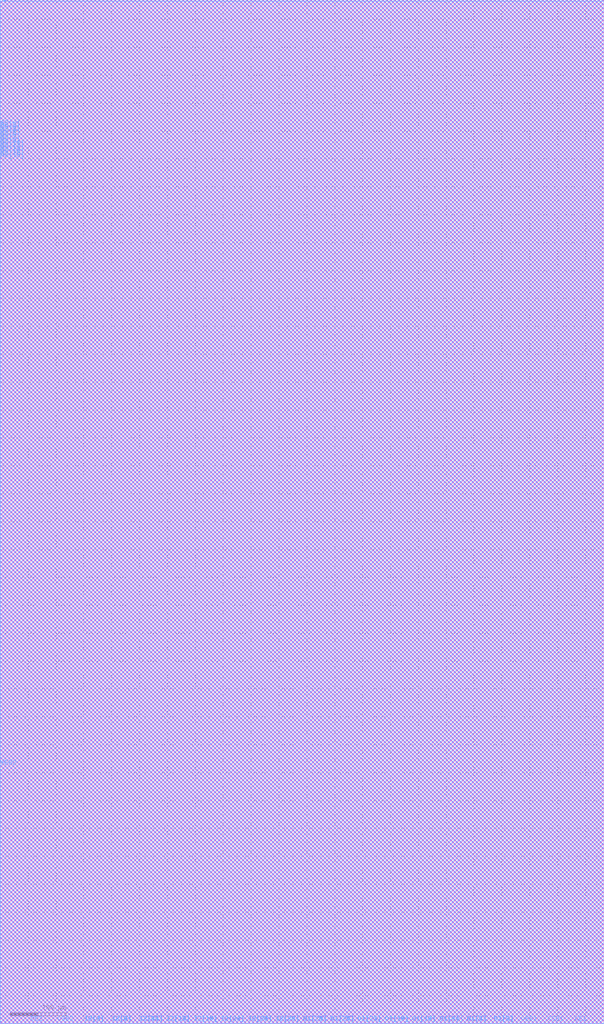
<source format=lef>
VERSION 5.5 ;
NAMESCASESENSITIVE ON ;
BUSBITCHARS "[]" ;
DIVIDERCHAR "/" ;

MACRO SRAM1R1W131072x32
  CLASS BLOCK ;
  SOURCE USER ;
  ORIGIN 0 0 ;
  SIZE 1083.456 BY 1834.944 ;
  SYMMETRY X Y R90 ;

  PIN CE1
    DIRECTION INPUT ;
    USE SIGNAL ;
    PORT
      LAYER M2 ;
        RECT 1029.648 0.000 1029.800 0.152 ;
    END
    PORT
      LAYER M3 ;
        RECT 1029.648 0.000 1029.800 0.152 ;
    END
    PORT
      LAYER M4 ;
        RECT 1029.648 0.000 1029.800 0.152 ;
    END
    PORT
      LAYER M5 ;
        RECT 1029.648 0.000 1029.800 0.152 ;
    END
  END CE1

  PIN CSB1
    DIRECTION INPUT ;
    USE SIGNAL ;
    PORT
      LAYER M2 ;
        RECT 981.616 0.000 981.768 0.152 ;
    END
    PORT
      LAYER M3 ;
        RECT 981.616 0.000 981.768 0.152 ;
    END
    PORT
      LAYER M4 ;
        RECT 981.616 0.000 981.768 0.152 ;
    END
    PORT
      LAYER M5 ;
        RECT 981.616 0.000 981.768 0.152 ;
    END
  END CSB1

  PIN OEB1
    DIRECTION INPUT ;
    USE SIGNAL ;
    PORT
      LAYER M2 ;
        RECT 933.584 0.000 933.736 0.152 ;
    END
    PORT
      LAYER M3 ;
        RECT 933.584 0.000 933.736 0.152 ;
    END
    PORT
      LAYER M4 ;
        RECT 933.584 0.000 933.736 0.152 ;
    END
    PORT
      LAYER M5 ;
        RECT 933.584 0.000 933.736 0.152 ;
    END
  END OEB1

  PIN O1[3]
    DIRECTION OUTPUT ;
    USE SIGNAL ;
    PORT
      LAYER M2 ;
        RECT 885.552 0.000 885.704 0.152 ;
    END
    PORT
      LAYER M3 ;
        RECT 885.552 0.000 885.704 0.152 ;
    END
    PORT
      LAYER M4 ;
        RECT 885.552 0.000 885.704 0.152 ;
    END
    PORT
      LAYER M5 ;
        RECT 885.552 0.000 885.704 0.152 ;
    END
  END O1[3]

  PIN O1[2]
    DIRECTION OUTPUT ;
    USE SIGNAL ;
    PORT
      LAYER M2 ;
        RECT 885.248 0.000 885.400 0.152 ;
    END
    PORT
      LAYER M3 ;
        RECT 885.248 0.000 885.400 0.152 ;
    END
    PORT
      LAYER M4 ;
        RECT 885.248 0.000 885.400 0.152 ;
    END
    PORT
      LAYER M5 ;
        RECT 885.248 0.000 885.400 0.152 ;
    END
  END O1[2]

  PIN O1[1]
    DIRECTION OUTPUT ;
    USE SIGNAL ;
    PORT
      LAYER M2 ;
        RECT 884.944 0.000 885.096 0.152 ;
    END
    PORT
      LAYER M3 ;
        RECT 884.944 0.000 885.096 0.152 ;
    END
    PORT
      LAYER M4 ;
        RECT 884.944 0.000 885.096 0.152 ;
    END
    PORT
      LAYER M5 ;
        RECT 884.944 0.000 885.096 0.152 ;
    END
  END O1[1]

  PIN O1[0]
    DIRECTION OUTPUT ;
    USE SIGNAL ;
    PORT
      LAYER M2 ;
        RECT 884.640 0.000 884.792 0.152 ;
    END
    PORT
      LAYER M3 ;
        RECT 884.640 0.000 884.792 0.152 ;
    END
    PORT
      LAYER M4 ;
        RECT 884.640 0.000 884.792 0.152 ;
    END
    PORT
      LAYER M5 ;
        RECT 884.640 0.000 884.792 0.152 ;
    END
  END O1[0]

  PIN O1[7]
    DIRECTION OUTPUT ;
    USE SIGNAL ;
    PORT
      LAYER M2 ;
        RECT 836.608 0.000 836.760 0.152 ;
    END
    PORT
      LAYER M3 ;
        RECT 836.608 0.000 836.760 0.152 ;
    END
    PORT
      LAYER M4 ;
        RECT 836.608 0.000 836.760 0.152 ;
    END
    PORT
      LAYER M5 ;
        RECT 836.608 0.000 836.760 0.152 ;
    END
  END O1[7]

  PIN O1[6]
    DIRECTION OUTPUT ;
    USE SIGNAL ;
    PORT
      LAYER M2 ;
        RECT 836.304 0.000 836.456 0.152 ;
    END
    PORT
      LAYER M3 ;
        RECT 836.304 0.000 836.456 0.152 ;
    END
    PORT
      LAYER M4 ;
        RECT 836.304 0.000 836.456 0.152 ;
    END
    PORT
      LAYER M5 ;
        RECT 836.304 0.000 836.456 0.152 ;
    END
  END O1[6]

  PIN O1[5]
    DIRECTION OUTPUT ;
    USE SIGNAL ;
    PORT
      LAYER M2 ;
        RECT 836.000 0.000 836.152 0.152 ;
    END
    PORT
      LAYER M3 ;
        RECT 836.000 0.000 836.152 0.152 ;
    END
    PORT
      LAYER M4 ;
        RECT 836.000 0.000 836.152 0.152 ;
    END
    PORT
      LAYER M5 ;
        RECT 836.000 0.000 836.152 0.152 ;
    END
  END O1[5]

  PIN O1[4]
    DIRECTION OUTPUT ;
    USE SIGNAL ;
    PORT
      LAYER M2 ;
        RECT 835.696 0.000 835.848 0.152 ;
    END
    PORT
      LAYER M3 ;
        RECT 835.696 0.000 835.848 0.152 ;
    END
    PORT
      LAYER M4 ;
        RECT 835.696 0.000 835.848 0.152 ;
    END
    PORT
      LAYER M5 ;
        RECT 835.696 0.000 835.848 0.152 ;
    END
  END O1[4]

  PIN O1[11]
    DIRECTION OUTPUT ;
    USE SIGNAL ;
    PORT
      LAYER M2 ;
        RECT 787.664 0.000 787.816 0.152 ;
    END
    PORT
      LAYER M3 ;
        RECT 787.664 0.000 787.816 0.152 ;
    END
    PORT
      LAYER M4 ;
        RECT 787.664 0.000 787.816 0.152 ;
    END
    PORT
      LAYER M5 ;
        RECT 787.664 0.000 787.816 0.152 ;
    END
  END O1[11]

  PIN O1[10]
    DIRECTION OUTPUT ;
    USE SIGNAL ;
    PORT
      LAYER M2 ;
        RECT 787.360 0.000 787.512 0.152 ;
    END
    PORT
      LAYER M3 ;
        RECT 787.360 0.000 787.512 0.152 ;
    END
    PORT
      LAYER M4 ;
        RECT 787.360 0.000 787.512 0.152 ;
    END
    PORT
      LAYER M5 ;
        RECT 787.360 0.000 787.512 0.152 ;
    END
  END O1[10]

  PIN O1[9]
    DIRECTION OUTPUT ;
    USE SIGNAL ;
    PORT
      LAYER M2 ;
        RECT 787.056 0.000 787.208 0.152 ;
    END
    PORT
      LAYER M3 ;
        RECT 787.056 0.000 787.208 0.152 ;
    END
    PORT
      LAYER M4 ;
        RECT 787.056 0.000 787.208 0.152 ;
    END
    PORT
      LAYER M5 ;
        RECT 787.056 0.000 787.208 0.152 ;
    END
  END O1[9]

  PIN O1[8]
    DIRECTION OUTPUT ;
    USE SIGNAL ;
    PORT
      LAYER M2 ;
        RECT 786.752 0.000 786.904 0.152 ;
    END
    PORT
      LAYER M3 ;
        RECT 786.752 0.000 786.904 0.152 ;
    END
    PORT
      LAYER M4 ;
        RECT 786.752 0.000 786.904 0.152 ;
    END
    PORT
      LAYER M5 ;
        RECT 786.752 0.000 786.904 0.152 ;
    END
  END O1[8]

  PIN O1[15]
    DIRECTION OUTPUT ;
    USE SIGNAL ;
    PORT
      LAYER M2 ;
        RECT 738.720 0.000 738.872 0.152 ;
    END
    PORT
      LAYER M3 ;
        RECT 738.720 0.000 738.872 0.152 ;
    END
    PORT
      LAYER M4 ;
        RECT 738.720 0.000 738.872 0.152 ;
    END
    PORT
      LAYER M5 ;
        RECT 738.720 0.000 738.872 0.152 ;
    END
  END O1[15]

  PIN O1[14]
    DIRECTION OUTPUT ;
    USE SIGNAL ;
    PORT
      LAYER M2 ;
        RECT 738.416 0.000 738.568 0.152 ;
    END
    PORT
      LAYER M3 ;
        RECT 738.416 0.000 738.568 0.152 ;
    END
    PORT
      LAYER M4 ;
        RECT 738.416 0.000 738.568 0.152 ;
    END
    PORT
      LAYER M5 ;
        RECT 738.416 0.000 738.568 0.152 ;
    END
  END O1[14]

  PIN O1[13]
    DIRECTION OUTPUT ;
    USE SIGNAL ;
    PORT
      LAYER M2 ;
        RECT 738.112 0.000 738.264 0.152 ;
    END
    PORT
      LAYER M3 ;
        RECT 738.112 0.000 738.264 0.152 ;
    END
    PORT
      LAYER M4 ;
        RECT 738.112 0.000 738.264 0.152 ;
    END
    PORT
      LAYER M5 ;
        RECT 738.112 0.000 738.264 0.152 ;
    END
  END O1[13]

  PIN O1[12]
    DIRECTION OUTPUT ;
    USE SIGNAL ;
    PORT
      LAYER M2 ;
        RECT 737.808 0.000 737.960 0.152 ;
    END
    PORT
      LAYER M3 ;
        RECT 737.808 0.000 737.960 0.152 ;
    END
    PORT
      LAYER M4 ;
        RECT 737.808 0.000 737.960 0.152 ;
    END
    PORT
      LAYER M5 ;
        RECT 737.808 0.000 737.960 0.152 ;
    END
  END O1[12]

  PIN O1[19]
    DIRECTION OUTPUT ;
    USE SIGNAL ;
    PORT
      LAYER M2 ;
        RECT 689.776 0.000 689.928 0.152 ;
    END
    PORT
      LAYER M3 ;
        RECT 689.776 0.000 689.928 0.152 ;
    END
    PORT
      LAYER M4 ;
        RECT 689.776 0.000 689.928 0.152 ;
    END
    PORT
      LAYER M5 ;
        RECT 689.776 0.000 689.928 0.152 ;
    END
  END O1[19]

  PIN O1[18]
    DIRECTION OUTPUT ;
    USE SIGNAL ;
    PORT
      LAYER M2 ;
        RECT 689.472 0.000 689.624 0.152 ;
    END
    PORT
      LAYER M3 ;
        RECT 689.472 0.000 689.624 0.152 ;
    END
    PORT
      LAYER M4 ;
        RECT 689.472 0.000 689.624 0.152 ;
    END
    PORT
      LAYER M5 ;
        RECT 689.472 0.000 689.624 0.152 ;
    END
  END O1[18]

  PIN O1[17]
    DIRECTION OUTPUT ;
    USE SIGNAL ;
    PORT
      LAYER M2 ;
        RECT 689.168 0.000 689.320 0.152 ;
    END
    PORT
      LAYER M3 ;
        RECT 689.168 0.000 689.320 0.152 ;
    END
    PORT
      LAYER M4 ;
        RECT 689.168 0.000 689.320 0.152 ;
    END
    PORT
      LAYER M5 ;
        RECT 689.168 0.000 689.320 0.152 ;
    END
  END O1[17]

  PIN O1[16]
    DIRECTION OUTPUT ;
    USE SIGNAL ;
    PORT
      LAYER M2 ;
        RECT 688.864 0.000 689.016 0.152 ;
    END
    PORT
      LAYER M3 ;
        RECT 688.864 0.000 689.016 0.152 ;
    END
    PORT
      LAYER M4 ;
        RECT 688.864 0.000 689.016 0.152 ;
    END
    PORT
      LAYER M5 ;
        RECT 688.864 0.000 689.016 0.152 ;
    END
  END O1[16]

  PIN O1[23]
    DIRECTION OUTPUT ;
    USE SIGNAL ;
    PORT
      LAYER M2 ;
        RECT 640.832 0.000 640.984 0.152 ;
    END
    PORT
      LAYER M3 ;
        RECT 640.832 0.000 640.984 0.152 ;
    END
    PORT
      LAYER M4 ;
        RECT 640.832 0.000 640.984 0.152 ;
    END
    PORT
      LAYER M5 ;
        RECT 640.832 0.000 640.984 0.152 ;
    END
  END O1[23]

  PIN O1[22]
    DIRECTION OUTPUT ;
    USE SIGNAL ;
    PORT
      LAYER M2 ;
        RECT 640.528 0.000 640.680 0.152 ;
    END
    PORT
      LAYER M3 ;
        RECT 640.528 0.000 640.680 0.152 ;
    END
    PORT
      LAYER M4 ;
        RECT 640.528 0.000 640.680 0.152 ;
    END
    PORT
      LAYER M5 ;
        RECT 640.528 0.000 640.680 0.152 ;
    END
  END O1[22]

  PIN O1[21]
    DIRECTION OUTPUT ;
    USE SIGNAL ;
    PORT
      LAYER M2 ;
        RECT 640.224 0.000 640.376 0.152 ;
    END
    PORT
      LAYER M3 ;
        RECT 640.224 0.000 640.376 0.152 ;
    END
    PORT
      LAYER M4 ;
        RECT 640.224 0.000 640.376 0.152 ;
    END
    PORT
      LAYER M5 ;
        RECT 640.224 0.000 640.376 0.152 ;
    END
  END O1[21]

  PIN O1[20]
    DIRECTION OUTPUT ;
    USE SIGNAL ;
    PORT
      LAYER M2 ;
        RECT 639.920 0.000 640.072 0.152 ;
    END
    PORT
      LAYER M3 ;
        RECT 639.920 0.000 640.072 0.152 ;
    END
    PORT
      LAYER M4 ;
        RECT 639.920 0.000 640.072 0.152 ;
    END
    PORT
      LAYER M5 ;
        RECT 639.920 0.000 640.072 0.152 ;
    END
  END O1[20]

  PIN O1[27]
    DIRECTION OUTPUT ;
    USE SIGNAL ;
    PORT
      LAYER M2 ;
        RECT 591.888 0.000 592.040 0.152 ;
    END
    PORT
      LAYER M3 ;
        RECT 591.888 0.000 592.040 0.152 ;
    END
    PORT
      LAYER M4 ;
        RECT 591.888 0.000 592.040 0.152 ;
    END
    PORT
      LAYER M5 ;
        RECT 591.888 0.000 592.040 0.152 ;
    END
  END O1[27]

  PIN O1[26]
    DIRECTION OUTPUT ;
    USE SIGNAL ;
    PORT
      LAYER M2 ;
        RECT 591.584 0.000 591.736 0.152 ;
    END
    PORT
      LAYER M3 ;
        RECT 591.584 0.000 591.736 0.152 ;
    END
    PORT
      LAYER M4 ;
        RECT 591.584 0.000 591.736 0.152 ;
    END
    PORT
      LAYER M5 ;
        RECT 591.584 0.000 591.736 0.152 ;
    END
  END O1[26]

  PIN O1[25]
    DIRECTION OUTPUT ;
    USE SIGNAL ;
    PORT
      LAYER M2 ;
        RECT 591.280 0.000 591.432 0.152 ;
    END
    PORT
      LAYER M3 ;
        RECT 591.280 0.000 591.432 0.152 ;
    END
    PORT
      LAYER M4 ;
        RECT 591.280 0.000 591.432 0.152 ;
    END
    PORT
      LAYER M5 ;
        RECT 591.280 0.000 591.432 0.152 ;
    END
  END O1[25]

  PIN O1[24]
    DIRECTION OUTPUT ;
    USE SIGNAL ;
    PORT
      LAYER M2 ;
        RECT 590.976 0.000 591.128 0.152 ;
    END
    PORT
      LAYER M3 ;
        RECT 590.976 0.000 591.128 0.152 ;
    END
    PORT
      LAYER M4 ;
        RECT 590.976 0.000 591.128 0.152 ;
    END
    PORT
      LAYER M5 ;
        RECT 590.976 0.000 591.128 0.152 ;
    END
  END O1[24]

  PIN O1[31]
    DIRECTION OUTPUT ;
    USE SIGNAL ;
    PORT
      LAYER M2 ;
        RECT 542.944 0.000 543.096 0.152 ;
    END
    PORT
      LAYER M3 ;
        RECT 542.944 0.000 543.096 0.152 ;
    END
    PORT
      LAYER M4 ;
        RECT 542.944 0.000 543.096 0.152 ;
    END
    PORT
      LAYER M5 ;
        RECT 542.944 0.000 543.096 0.152 ;
    END
  END O1[31]

  PIN O1[30]
    DIRECTION OUTPUT ;
    USE SIGNAL ;
    PORT
      LAYER M2 ;
        RECT 542.640 0.000 542.792 0.152 ;
    END
    PORT
      LAYER M3 ;
        RECT 542.640 0.000 542.792 0.152 ;
    END
    PORT
      LAYER M4 ;
        RECT 542.640 0.000 542.792 0.152 ;
    END
    PORT
      LAYER M5 ;
        RECT 542.640 0.000 542.792 0.152 ;
    END
  END O1[30]

  PIN O1[29]
    DIRECTION OUTPUT ;
    USE SIGNAL ;
    PORT
      LAYER M2 ;
        RECT 542.336 0.000 542.488 0.152 ;
    END
    PORT
      LAYER M3 ;
        RECT 542.336 0.000 542.488 0.152 ;
    END
    PORT
      LAYER M4 ;
        RECT 542.336 0.000 542.488 0.152 ;
    END
    PORT
      LAYER M5 ;
        RECT 542.336 0.000 542.488 0.152 ;
    END
  END O1[29]

  PIN O1[28]
    DIRECTION OUTPUT ;
    USE SIGNAL ;
    PORT
      LAYER M2 ;
        RECT 542.032 0.000 542.184 0.152 ;
    END
    PORT
      LAYER M3 ;
        RECT 542.032 0.000 542.184 0.152 ;
    END
    PORT
      LAYER M4 ;
        RECT 542.032 0.000 542.184 0.152 ;
    END
    PORT
      LAYER M5 ;
        RECT 542.032 0.000 542.184 0.152 ;
    END
  END O1[28]

  PIN A1[0]
    DIRECTION INPUT ;
    USE SIGNAL ;
    PORT
      LAYER M2 ;
        RECT 1083.304 1605.576 1083.456 1605.728 ;
    END
    PORT
      LAYER M3 ;
        RECT 1083.304 1605.576 1083.456 1605.728 ;
    END
    PORT
      LAYER M4 ;
        RECT 1083.304 1605.576 1083.456 1605.728 ;
    END
    PORT
      LAYER M5 ;
        RECT 1083.304 1605.576 1083.456 1605.728 ;
    END
  END A1[0]

  PIN A1[1]
    DIRECTION INPUT ;
    USE SIGNAL ;
    PORT
      LAYER M2 ;
        RECT 1083.304 1601.928 1083.456 1602.080 ;
    END
    PORT
      LAYER M3 ;
        RECT 1083.304 1601.928 1083.456 1602.080 ;
    END
    PORT
      LAYER M4 ;
        RECT 1083.304 1601.928 1083.456 1602.080 ;
    END
    PORT
      LAYER M5 ;
        RECT 1083.304 1601.928 1083.456 1602.080 ;
    END
  END A1[1]

  PIN A1[2]
    DIRECTION INPUT ;
    USE SIGNAL ;
    PORT
      LAYER M2 ;
        RECT 1083.304 1598.280 1083.456 1598.432 ;
    END
    PORT
      LAYER M3 ;
        RECT 1083.304 1598.280 1083.456 1598.432 ;
    END
    PORT
      LAYER M4 ;
        RECT 1083.304 1598.280 1083.456 1598.432 ;
    END
    PORT
      LAYER M5 ;
        RECT 1083.304 1598.280 1083.456 1598.432 ;
    END
  END A1[2]

  PIN A1[3]
    DIRECTION INPUT ;
    USE SIGNAL ;
    PORT
      LAYER M2 ;
        RECT 1083.304 1594.632 1083.456 1594.784 ;
    END
    PORT
      LAYER M3 ;
        RECT 1083.304 1594.632 1083.456 1594.784 ;
    END
    PORT
      LAYER M4 ;
        RECT 1083.304 1594.632 1083.456 1594.784 ;
    END
    PORT
      LAYER M5 ;
        RECT 1083.304 1594.632 1083.456 1594.784 ;
    END
  END A1[3]

  PIN A1[4]
    DIRECTION INPUT ;
    USE SIGNAL ;
    PORT
      LAYER M2 ;
        RECT 1083.304 1590.984 1083.456 1591.136 ;
    END
    PORT
      LAYER M3 ;
        RECT 1083.304 1590.984 1083.456 1591.136 ;
    END
    PORT
      LAYER M4 ;
        RECT 1083.304 1590.984 1083.456 1591.136 ;
    END
    PORT
      LAYER M5 ;
        RECT 1083.304 1590.984 1083.456 1591.136 ;
    END
  END A1[4]

  PIN A1[5]
    DIRECTION INPUT ;
    USE SIGNAL ;
    PORT
      LAYER M2 ;
        RECT 1083.304 1587.336 1083.456 1587.488 ;
    END
    PORT
      LAYER M3 ;
        RECT 1083.304 1587.336 1083.456 1587.488 ;
    END
    PORT
      LAYER M4 ;
        RECT 1083.304 1587.336 1083.456 1587.488 ;
    END
    PORT
      LAYER M5 ;
        RECT 1083.304 1587.336 1083.456 1587.488 ;
    END
  END A1[5]

  PIN A1[6]
    DIRECTION INPUT ;
    USE SIGNAL ;
    PORT
      LAYER M2 ;
        RECT 1083.304 1583.688 1083.456 1583.840 ;
    END
    PORT
      LAYER M3 ;
        RECT 1083.304 1583.688 1083.456 1583.840 ;
    END
    PORT
      LAYER M4 ;
        RECT 1083.304 1583.688 1083.456 1583.840 ;
    END
    PORT
      LAYER M5 ;
        RECT 1083.304 1583.688 1083.456 1583.840 ;
    END
  END A1[6]

  PIN A1[7]
    DIRECTION INPUT ;
    USE SIGNAL ;
    PORT
      LAYER M2 ;
        RECT 1083.304 1580.040 1083.456 1580.192 ;
    END
    PORT
      LAYER M3 ;
        RECT 1083.304 1580.040 1083.456 1580.192 ;
    END
    PORT
      LAYER M4 ;
        RECT 1083.304 1580.040 1083.456 1580.192 ;
    END
    PORT
      LAYER M5 ;
        RECT 1083.304 1580.040 1083.456 1580.192 ;
    END
  END A1[7]

  PIN A1[8]
    DIRECTION INPUT ;
    USE SIGNAL ;
    PORT
      LAYER M2 ;
        RECT 1083.304 1576.392 1083.456 1576.544 ;
    END
    PORT
      LAYER M3 ;
        RECT 1083.304 1576.392 1083.456 1576.544 ;
    END
    PORT
      LAYER M4 ;
        RECT 1083.304 1576.392 1083.456 1576.544 ;
    END
    PORT
      LAYER M5 ;
        RECT 1083.304 1576.392 1083.456 1576.544 ;
    END
  END A1[8]

  PIN A1[9]
    DIRECTION INPUT ;
    USE SIGNAL ;
    PORT
      LAYER M2 ;
        RECT 1083.304 1572.744 1083.456 1572.896 ;
    END
    PORT
      LAYER M3 ;
        RECT 1083.304 1572.744 1083.456 1572.896 ;
    END
    PORT
      LAYER M4 ;
        RECT 1083.304 1572.744 1083.456 1572.896 ;
    END
    PORT
      LAYER M5 ;
        RECT 1083.304 1572.744 1083.456 1572.896 ;
    END
  END A1[9]

  PIN A1[10]
    DIRECTION INPUT ;
    USE SIGNAL ;
    PORT
      LAYER M2 ;
        RECT 1083.304 1569.096 1083.456 1569.248 ;
    END
    PORT
      LAYER M3 ;
        RECT 1083.304 1569.096 1083.456 1569.248 ;
    END
    PORT
      LAYER M4 ;
        RECT 1083.304 1569.096 1083.456 1569.248 ;
    END
    PORT
      LAYER M5 ;
        RECT 1083.304 1569.096 1083.456 1569.248 ;
    END
  END A1[10]

  PIN A1[11]
    DIRECTION INPUT ;
    USE SIGNAL ;
    PORT
      LAYER M2 ;
        RECT 1083.304 1565.448 1083.456 1565.600 ;
    END
    PORT
      LAYER M3 ;
        RECT 1083.304 1565.448 1083.456 1565.600 ;
    END
    PORT
      LAYER M4 ;
        RECT 1083.304 1565.448 1083.456 1565.600 ;
    END
    PORT
      LAYER M5 ;
        RECT 1083.304 1565.448 1083.456 1565.600 ;
    END
  END A1[11]

  PIN A1[12]
    DIRECTION INPUT ;
    USE SIGNAL ;
    PORT
      LAYER M2 ;
        RECT 1083.304 1561.800 1083.456 1561.952 ;
    END
    PORT
      LAYER M3 ;
        RECT 1083.304 1561.800 1083.456 1561.952 ;
    END
    PORT
      LAYER M4 ;
        RECT 1083.304 1561.800 1083.456 1561.952 ;
    END
    PORT
      LAYER M5 ;
        RECT 1083.304 1561.800 1083.456 1561.952 ;
    END
  END A1[12]

  PIN A1[13]
    DIRECTION INPUT ;
    USE SIGNAL ;
    PORT
      LAYER M2 ;
        RECT 1083.304 1558.152 1083.456 1558.304 ;
    END
    PORT
      LAYER M3 ;
        RECT 1083.304 1558.152 1083.456 1558.304 ;
    END
    PORT
      LAYER M4 ;
        RECT 1083.304 1558.152 1083.456 1558.304 ;
    END
    PORT
      LAYER M5 ;
        RECT 1083.304 1558.152 1083.456 1558.304 ;
    END
  END A1[13]

  PIN A1[14]
    DIRECTION INPUT ;
    USE SIGNAL ;
    PORT
      LAYER M2 ;
        RECT 1083.304 1554.504 1083.456 1554.656 ;
    END
    PORT
      LAYER M3 ;
        RECT 1083.304 1554.504 1083.456 1554.656 ;
    END
    PORT
      LAYER M4 ;
        RECT 1083.304 1554.504 1083.456 1554.656 ;
    END
    PORT
      LAYER M5 ;
        RECT 1083.304 1554.504 1083.456 1554.656 ;
    END
  END A1[14]

  PIN A1[15]
    DIRECTION INPUT ;
    USE SIGNAL ;
    PORT
      LAYER M2 ;
        RECT 1083.304 1550.856 1083.456 1551.008 ;
    END
    PORT
      LAYER M3 ;
        RECT 1083.304 1550.856 1083.456 1551.008 ;
    END
    PORT
      LAYER M4 ;
        RECT 1083.304 1550.856 1083.456 1551.008 ;
    END
    PORT
      LAYER M5 ;
        RECT 1083.304 1550.856 1083.456 1551.008 ;
    END
  END A1[15]

  PIN A1[16]
    DIRECTION INPUT ;
    USE SIGNAL ;
    PORT
      LAYER M2 ;
        RECT 1083.304 1547.208 1083.456 1547.360 ;
    END
    PORT
      LAYER M3 ;
        RECT 1083.304 1547.208 1083.456 1547.360 ;
    END
    PORT
      LAYER M4 ;
        RECT 1083.304 1547.208 1083.456 1547.360 ;
    END
    PORT
      LAYER M5 ;
        RECT 1083.304 1547.208 1083.456 1547.360 ;
    END
  END A1[16]

  PIN CE2
    DIRECTION INPUT ;
    USE SIGNAL ;
    PORT
      LAYER M2 ;
        RECT 53.808 0.000 53.960 0.152 ;
    END
    PORT
      LAYER M3 ;
        RECT 53.808 0.000 53.960 0.152 ;
    END
    PORT
      LAYER M4 ;
        RECT 53.808 0.000 53.960 0.152 ;
    END
    PORT
      LAYER M5 ;
        RECT 53.808 0.000 53.960 0.152 ;
    END
  END CE2

  PIN CSB2
    DIRECTION INPUT ;
    USE SIGNAL ;
    PORT
      LAYER M2 ;
        RECT 101.840 0.000 101.992 0.152 ;
    END
    PORT
      LAYER M3 ;
        RECT 101.840 0.000 101.992 0.152 ;
    END
    PORT
      LAYER M4 ;
        RECT 101.840 0.000 101.992 0.152 ;
    END
    PORT
      LAYER M5 ;
        RECT 101.840 0.000 101.992 0.152 ;
    END
  END CSB2

  PIN I2[0]
    DIRECTION INPUT ;
    USE SIGNAL ;
    PORT
      LAYER M2 ;
        RECT 149.872 0.000 150.024 0.152 ;
    END
    PORT
      LAYER M3 ;
        RECT 149.872 0.000 150.024 0.152 ;
    END
    PORT
      LAYER M4 ;
        RECT 149.872 0.000 150.024 0.152 ;
    END
    PORT
      LAYER M5 ;
        RECT 149.872 0.000 150.024 0.152 ;
    END
  END I2[0]

  PIN I2[1]
    DIRECTION INPUT ;
    USE SIGNAL ;
    PORT
      LAYER M2 ;
        RECT 150.176 0.000 150.328 0.152 ;
    END
    PORT
      LAYER M3 ;
        RECT 150.176 0.000 150.328 0.152 ;
    END
    PORT
      LAYER M4 ;
        RECT 150.176 0.000 150.328 0.152 ;
    END
    PORT
      LAYER M5 ;
        RECT 150.176 0.000 150.328 0.152 ;
    END
  END I2[1]

  PIN I2[2]
    DIRECTION INPUT ;
    USE SIGNAL ;
    PORT
      LAYER M2 ;
        RECT 150.480 0.000 150.632 0.152 ;
    END
    PORT
      LAYER M3 ;
        RECT 150.480 0.000 150.632 0.152 ;
    END
    PORT
      LAYER M4 ;
        RECT 150.480 0.000 150.632 0.152 ;
    END
    PORT
      LAYER M5 ;
        RECT 150.480 0.000 150.632 0.152 ;
    END
  END I2[2]

  PIN I2[3]
    DIRECTION INPUT ;
    USE SIGNAL ;
    PORT
      LAYER M2 ;
        RECT 150.784 0.000 150.936 0.152 ;
    END
    PORT
      LAYER M3 ;
        RECT 150.784 0.000 150.936 0.152 ;
    END
    PORT
      LAYER M4 ;
        RECT 150.784 0.000 150.936 0.152 ;
    END
    PORT
      LAYER M5 ;
        RECT 150.784 0.000 150.936 0.152 ;
    END
  END I2[3]

  PIN I2[4]
    DIRECTION INPUT ;
    USE SIGNAL ;
    PORT
      LAYER M2 ;
        RECT 198.816 0.000 198.968 0.152 ;
    END
    PORT
      LAYER M3 ;
        RECT 198.816 0.000 198.968 0.152 ;
    END
    PORT
      LAYER M4 ;
        RECT 198.816 0.000 198.968 0.152 ;
    END
    PORT
      LAYER M5 ;
        RECT 198.816 0.000 198.968 0.152 ;
    END
  END I2[4]

  PIN I2[5]
    DIRECTION INPUT ;
    USE SIGNAL ;
    PORT
      LAYER M2 ;
        RECT 199.120 0.000 199.272 0.152 ;
    END
    PORT
      LAYER M3 ;
        RECT 199.120 0.000 199.272 0.152 ;
    END
    PORT
      LAYER M4 ;
        RECT 199.120 0.000 199.272 0.152 ;
    END
    PORT
      LAYER M5 ;
        RECT 199.120 0.000 199.272 0.152 ;
    END
  END I2[5]

  PIN I2[6]
    DIRECTION INPUT ;
    USE SIGNAL ;
    PORT
      LAYER M2 ;
        RECT 199.424 0.000 199.576 0.152 ;
    END
    PORT
      LAYER M3 ;
        RECT 199.424 0.000 199.576 0.152 ;
    END
    PORT
      LAYER M4 ;
        RECT 199.424 0.000 199.576 0.152 ;
    END
    PORT
      LAYER M5 ;
        RECT 199.424 0.000 199.576 0.152 ;
    END
  END I2[6]

  PIN I2[7]
    DIRECTION INPUT ;
    USE SIGNAL ;
    PORT
      LAYER M2 ;
        RECT 199.728 0.000 199.880 0.152 ;
    END
    PORT
      LAYER M3 ;
        RECT 199.728 0.000 199.880 0.152 ;
    END
    PORT
      LAYER M4 ;
        RECT 199.728 0.000 199.880 0.152 ;
    END
    PORT
      LAYER M5 ;
        RECT 199.728 0.000 199.880 0.152 ;
    END
  END I2[7]

  PIN I2[8]
    DIRECTION INPUT ;
    USE SIGNAL ;
    PORT
      LAYER M2 ;
        RECT 247.760 0.000 247.912 0.152 ;
    END
    PORT
      LAYER M3 ;
        RECT 247.760 0.000 247.912 0.152 ;
    END
    PORT
      LAYER M4 ;
        RECT 247.760 0.000 247.912 0.152 ;
    END
    PORT
      LAYER M5 ;
        RECT 247.760 0.000 247.912 0.152 ;
    END
  END I2[8]

  PIN I2[9]
    DIRECTION INPUT ;
    USE SIGNAL ;
    PORT
      LAYER M2 ;
        RECT 248.064 0.000 248.216 0.152 ;
    END
    PORT
      LAYER M3 ;
        RECT 248.064 0.000 248.216 0.152 ;
    END
    PORT
      LAYER M4 ;
        RECT 248.064 0.000 248.216 0.152 ;
    END
    PORT
      LAYER M5 ;
        RECT 248.064 0.000 248.216 0.152 ;
    END
  END I2[9]

  PIN I2[10]
    DIRECTION INPUT ;
    USE SIGNAL ;
    PORT
      LAYER M2 ;
        RECT 248.368 0.000 248.520 0.152 ;
    END
    PORT
      LAYER M3 ;
        RECT 248.368 0.000 248.520 0.152 ;
    END
    PORT
      LAYER M4 ;
        RECT 248.368 0.000 248.520 0.152 ;
    END
    PORT
      LAYER M5 ;
        RECT 248.368 0.000 248.520 0.152 ;
    END
  END I2[10]

  PIN I2[11]
    DIRECTION INPUT ;
    USE SIGNAL ;
    PORT
      LAYER M2 ;
        RECT 248.672 0.000 248.824 0.152 ;
    END
    PORT
      LAYER M3 ;
        RECT 248.672 0.000 248.824 0.152 ;
    END
    PORT
      LAYER M4 ;
        RECT 248.672 0.000 248.824 0.152 ;
    END
    PORT
      LAYER M5 ;
        RECT 248.672 0.000 248.824 0.152 ;
    END
  END I2[11]

  PIN I2[12]
    DIRECTION INPUT ;
    USE SIGNAL ;
    PORT
      LAYER M2 ;
        RECT 296.704 0.000 296.856 0.152 ;
    END
    PORT
      LAYER M3 ;
        RECT 296.704 0.000 296.856 0.152 ;
    END
    PORT
      LAYER M4 ;
        RECT 296.704 0.000 296.856 0.152 ;
    END
    PORT
      LAYER M5 ;
        RECT 296.704 0.000 296.856 0.152 ;
    END
  END I2[12]

  PIN I2[13]
    DIRECTION INPUT ;
    USE SIGNAL ;
    PORT
      LAYER M2 ;
        RECT 297.008 0.000 297.160 0.152 ;
    END
    PORT
      LAYER M3 ;
        RECT 297.008 0.000 297.160 0.152 ;
    END
    PORT
      LAYER M4 ;
        RECT 297.008 0.000 297.160 0.152 ;
    END
    PORT
      LAYER M5 ;
        RECT 297.008 0.000 297.160 0.152 ;
    END
  END I2[13]

  PIN I2[14]
    DIRECTION INPUT ;
    USE SIGNAL ;
    PORT
      LAYER M2 ;
        RECT 297.312 0.000 297.464 0.152 ;
    END
    PORT
      LAYER M3 ;
        RECT 297.312 0.000 297.464 0.152 ;
    END
    PORT
      LAYER M4 ;
        RECT 297.312 0.000 297.464 0.152 ;
    END
    PORT
      LAYER M5 ;
        RECT 297.312 0.000 297.464 0.152 ;
    END
  END I2[14]

  PIN I2[15]
    DIRECTION INPUT ;
    USE SIGNAL ;
    PORT
      LAYER M2 ;
        RECT 297.616 0.000 297.768 0.152 ;
    END
    PORT
      LAYER M3 ;
        RECT 297.616 0.000 297.768 0.152 ;
    END
    PORT
      LAYER M4 ;
        RECT 297.616 0.000 297.768 0.152 ;
    END
    PORT
      LAYER M5 ;
        RECT 297.616 0.000 297.768 0.152 ;
    END
  END I2[15]

  PIN I2[16]
    DIRECTION INPUT ;
    USE SIGNAL ;
    PORT
      LAYER M2 ;
        RECT 345.648 0.000 345.800 0.152 ;
    END
    PORT
      LAYER M3 ;
        RECT 345.648 0.000 345.800 0.152 ;
    END
    PORT
      LAYER M4 ;
        RECT 345.648 0.000 345.800 0.152 ;
    END
    PORT
      LAYER M5 ;
        RECT 345.648 0.000 345.800 0.152 ;
    END
  END I2[16]

  PIN I2[17]
    DIRECTION INPUT ;
    USE SIGNAL ;
    PORT
      LAYER M2 ;
        RECT 345.952 0.000 346.104 0.152 ;
    END
    PORT
      LAYER M3 ;
        RECT 345.952 0.000 346.104 0.152 ;
    END
    PORT
      LAYER M4 ;
        RECT 345.952 0.000 346.104 0.152 ;
    END
    PORT
      LAYER M5 ;
        RECT 345.952 0.000 346.104 0.152 ;
    END
  END I2[17]

  PIN I2[18]
    DIRECTION INPUT ;
    USE SIGNAL ;
    PORT
      LAYER M2 ;
        RECT 346.256 0.000 346.408 0.152 ;
    END
    PORT
      LAYER M3 ;
        RECT 346.256 0.000 346.408 0.152 ;
    END
    PORT
      LAYER M4 ;
        RECT 346.256 0.000 346.408 0.152 ;
    END
    PORT
      LAYER M5 ;
        RECT 346.256 0.000 346.408 0.152 ;
    END
  END I2[18]

  PIN I2[19]
    DIRECTION INPUT ;
    USE SIGNAL ;
    PORT
      LAYER M2 ;
        RECT 346.560 0.000 346.712 0.152 ;
    END
    PORT
      LAYER M3 ;
        RECT 346.560 0.000 346.712 0.152 ;
    END
    PORT
      LAYER M4 ;
        RECT 346.560 0.000 346.712 0.152 ;
    END
    PORT
      LAYER M5 ;
        RECT 346.560 0.000 346.712 0.152 ;
    END
  END I2[19]

  PIN I2[20]
    DIRECTION INPUT ;
    USE SIGNAL ;
    PORT
      LAYER M2 ;
        RECT 394.592 0.000 394.744 0.152 ;
    END
    PORT
      LAYER M3 ;
        RECT 394.592 0.000 394.744 0.152 ;
    END
    PORT
      LAYER M4 ;
        RECT 394.592 0.000 394.744 0.152 ;
    END
    PORT
      LAYER M5 ;
        RECT 394.592 0.000 394.744 0.152 ;
    END
  END I2[20]

  PIN I2[21]
    DIRECTION INPUT ;
    USE SIGNAL ;
    PORT
      LAYER M2 ;
        RECT 394.896 0.000 395.048 0.152 ;
    END
    PORT
      LAYER M3 ;
        RECT 394.896 0.000 395.048 0.152 ;
    END
    PORT
      LAYER M4 ;
        RECT 394.896 0.000 395.048 0.152 ;
    END
    PORT
      LAYER M5 ;
        RECT 394.896 0.000 395.048 0.152 ;
    END
  END I2[21]

  PIN I2[22]
    DIRECTION INPUT ;
    USE SIGNAL ;
    PORT
      LAYER M2 ;
        RECT 395.200 0.000 395.352 0.152 ;
    END
    PORT
      LAYER M3 ;
        RECT 395.200 0.000 395.352 0.152 ;
    END
    PORT
      LAYER M4 ;
        RECT 395.200 0.000 395.352 0.152 ;
    END
    PORT
      LAYER M5 ;
        RECT 395.200 0.000 395.352 0.152 ;
    END
  END I2[22]

  PIN I2[23]
    DIRECTION INPUT ;
    USE SIGNAL ;
    PORT
      LAYER M2 ;
        RECT 395.504 0.000 395.656 0.152 ;
    END
    PORT
      LAYER M3 ;
        RECT 395.504 0.000 395.656 0.152 ;
    END
    PORT
      LAYER M4 ;
        RECT 395.504 0.000 395.656 0.152 ;
    END
    PORT
      LAYER M5 ;
        RECT 395.504 0.000 395.656 0.152 ;
    END
  END I2[23]

  PIN I2[24]
    DIRECTION INPUT ;
    USE SIGNAL ;
    PORT
      LAYER M2 ;
        RECT 443.536 0.000 443.688 0.152 ;
    END
    PORT
      LAYER M3 ;
        RECT 443.536 0.000 443.688 0.152 ;
    END
    PORT
      LAYER M4 ;
        RECT 443.536 0.000 443.688 0.152 ;
    END
    PORT
      LAYER M5 ;
        RECT 443.536 0.000 443.688 0.152 ;
    END
  END I2[24]

  PIN I2[25]
    DIRECTION INPUT ;
    USE SIGNAL ;
    PORT
      LAYER M2 ;
        RECT 443.840 0.000 443.992 0.152 ;
    END
    PORT
      LAYER M3 ;
        RECT 443.840 0.000 443.992 0.152 ;
    END
    PORT
      LAYER M4 ;
        RECT 443.840 0.000 443.992 0.152 ;
    END
    PORT
      LAYER M5 ;
        RECT 443.840 0.000 443.992 0.152 ;
    END
  END I2[25]

  PIN I2[26]
    DIRECTION INPUT ;
    USE SIGNAL ;
    PORT
      LAYER M2 ;
        RECT 444.144 0.000 444.296 0.152 ;
    END
    PORT
      LAYER M3 ;
        RECT 444.144 0.000 444.296 0.152 ;
    END
    PORT
      LAYER M4 ;
        RECT 444.144 0.000 444.296 0.152 ;
    END
    PORT
      LAYER M5 ;
        RECT 444.144 0.000 444.296 0.152 ;
    END
  END I2[26]

  PIN I2[27]
    DIRECTION INPUT ;
    USE SIGNAL ;
    PORT
      LAYER M2 ;
        RECT 444.448 0.000 444.600 0.152 ;
    END
    PORT
      LAYER M3 ;
        RECT 444.448 0.000 444.600 0.152 ;
    END
    PORT
      LAYER M4 ;
        RECT 444.448 0.000 444.600 0.152 ;
    END
    PORT
      LAYER M5 ;
        RECT 444.448 0.000 444.600 0.152 ;
    END
  END I2[27]

  PIN I2[28]
    DIRECTION INPUT ;
    USE SIGNAL ;
    PORT
      LAYER M2 ;
        RECT 492.480 0.000 492.632 0.152 ;
    END
    PORT
      LAYER M3 ;
        RECT 492.480 0.000 492.632 0.152 ;
    END
    PORT
      LAYER M4 ;
        RECT 492.480 0.000 492.632 0.152 ;
    END
    PORT
      LAYER M5 ;
        RECT 492.480 0.000 492.632 0.152 ;
    END
  END I2[28]

  PIN I2[29]
    DIRECTION INPUT ;
    USE SIGNAL ;
    PORT
      LAYER M2 ;
        RECT 492.784 0.000 492.936 0.152 ;
    END
    PORT
      LAYER M3 ;
        RECT 492.784 0.000 492.936 0.152 ;
    END
    PORT
      LAYER M4 ;
        RECT 492.784 0.000 492.936 0.152 ;
    END
    PORT
      LAYER M5 ;
        RECT 492.784 0.000 492.936 0.152 ;
    END
  END I2[29]

  PIN I2[30]
    DIRECTION INPUT ;
    USE SIGNAL ;
    PORT
      LAYER M2 ;
        RECT 493.088 0.000 493.240 0.152 ;
    END
    PORT
      LAYER M3 ;
        RECT 493.088 0.000 493.240 0.152 ;
    END
    PORT
      LAYER M4 ;
        RECT 493.088 0.000 493.240 0.152 ;
    END
    PORT
      LAYER M5 ;
        RECT 493.088 0.000 493.240 0.152 ;
    END
  END I2[30]

  PIN I2[31]
    DIRECTION INPUT ;
    USE SIGNAL ;
    PORT
      LAYER M2 ;
        RECT 493.392 0.000 493.544 0.152 ;
    END
    PORT
      LAYER M3 ;
        RECT 493.392 0.000 493.544 0.152 ;
    END
    PORT
      LAYER M4 ;
        RECT 493.392 0.000 493.544 0.152 ;
    END
    PORT
      LAYER M5 ;
        RECT 493.392 0.000 493.544 0.152 ;
    END
  END I2[31]

  PIN A2[0]
    DIRECTION INPUT ;
    USE SIGNAL ;
    PORT
      LAYER M2 ;
        RECT 0.000 1605.576 0.152 1605.728 ;
    END
    PORT
      LAYER M3 ;
        RECT 0.000 1605.576 0.152 1605.728 ;
    END
    PORT
      LAYER M4 ;
        RECT 0.000 1605.576 0.152 1605.728 ;
    END
    PORT
      LAYER M5 ;
        RECT 0.000 1605.576 0.152 1605.728 ;
    END
  END A2[0]

  PIN A2[1]
    DIRECTION INPUT ;
    USE SIGNAL ;
    PORT
      LAYER M2 ;
        RECT 0.000 1601.928 0.152 1602.080 ;
    END
    PORT
      LAYER M3 ;
        RECT 0.000 1601.928 0.152 1602.080 ;
    END
    PORT
      LAYER M4 ;
        RECT 0.000 1601.928 0.152 1602.080 ;
    END
    PORT
      LAYER M5 ;
        RECT 0.000 1601.928 0.152 1602.080 ;
    END
  END A2[1]

  PIN A2[2]
    DIRECTION INPUT ;
    USE SIGNAL ;
    PORT
      LAYER M2 ;
        RECT 0.000 1598.280 0.152 1598.432 ;
    END
    PORT
      LAYER M3 ;
        RECT 0.000 1598.280 0.152 1598.432 ;
    END
    PORT
      LAYER M4 ;
        RECT 0.000 1598.280 0.152 1598.432 ;
    END
    PORT
      LAYER M5 ;
        RECT 0.000 1598.280 0.152 1598.432 ;
    END
  END A2[2]

  PIN A2[3]
    DIRECTION INPUT ;
    USE SIGNAL ;
    PORT
      LAYER M2 ;
        RECT 0.000 1594.632 0.152 1594.784 ;
    END
    PORT
      LAYER M3 ;
        RECT 0.000 1594.632 0.152 1594.784 ;
    END
    PORT
      LAYER M4 ;
        RECT 0.000 1594.632 0.152 1594.784 ;
    END
    PORT
      LAYER M5 ;
        RECT 0.000 1594.632 0.152 1594.784 ;
    END
  END A2[3]

  PIN A2[4]
    DIRECTION INPUT ;
    USE SIGNAL ;
    PORT
      LAYER M2 ;
        RECT 0.000 1590.984 0.152 1591.136 ;
    END
    PORT
      LAYER M3 ;
        RECT 0.000 1590.984 0.152 1591.136 ;
    END
    PORT
      LAYER M4 ;
        RECT 0.000 1590.984 0.152 1591.136 ;
    END
    PORT
      LAYER M5 ;
        RECT 0.000 1590.984 0.152 1591.136 ;
    END
  END A2[4]

  PIN A2[5]
    DIRECTION INPUT ;
    USE SIGNAL ;
    PORT
      LAYER M2 ;
        RECT 0.000 1587.336 0.152 1587.488 ;
    END
    PORT
      LAYER M3 ;
        RECT 0.000 1587.336 0.152 1587.488 ;
    END
    PORT
      LAYER M4 ;
        RECT 0.000 1587.336 0.152 1587.488 ;
    END
    PORT
      LAYER M5 ;
        RECT 0.000 1587.336 0.152 1587.488 ;
    END
  END A2[5]

  PIN A2[6]
    DIRECTION INPUT ;
    USE SIGNAL ;
    PORT
      LAYER M2 ;
        RECT 0.000 1583.688 0.152 1583.840 ;
    END
    PORT
      LAYER M3 ;
        RECT 0.000 1583.688 0.152 1583.840 ;
    END
    PORT
      LAYER M4 ;
        RECT 0.000 1583.688 0.152 1583.840 ;
    END
    PORT
      LAYER M5 ;
        RECT 0.000 1583.688 0.152 1583.840 ;
    END
  END A2[6]

  PIN A2[7]
    DIRECTION INPUT ;
    USE SIGNAL ;
    PORT
      LAYER M2 ;
        RECT 0.000 1580.040 0.152 1580.192 ;
    END
    PORT
      LAYER M3 ;
        RECT 0.000 1580.040 0.152 1580.192 ;
    END
    PORT
      LAYER M4 ;
        RECT 0.000 1580.040 0.152 1580.192 ;
    END
    PORT
      LAYER M5 ;
        RECT 0.000 1580.040 0.152 1580.192 ;
    END
  END A2[7]

  PIN A2[8]
    DIRECTION INPUT ;
    USE SIGNAL ;
    PORT
      LAYER M2 ;
        RECT 0.000 1576.392 0.152 1576.544 ;
    END
    PORT
      LAYER M3 ;
        RECT 0.000 1576.392 0.152 1576.544 ;
    END
    PORT
      LAYER M4 ;
        RECT 0.000 1576.392 0.152 1576.544 ;
    END
    PORT
      LAYER M5 ;
        RECT 0.000 1576.392 0.152 1576.544 ;
    END
  END A2[8]

  PIN A2[9]
    DIRECTION INPUT ;
    USE SIGNAL ;
    PORT
      LAYER M2 ;
        RECT 0.000 1572.744 0.152 1572.896 ;
    END
    PORT
      LAYER M3 ;
        RECT 0.000 1572.744 0.152 1572.896 ;
    END
    PORT
      LAYER M4 ;
        RECT 0.000 1572.744 0.152 1572.896 ;
    END
    PORT
      LAYER M5 ;
        RECT 0.000 1572.744 0.152 1572.896 ;
    END
  END A2[9]

  PIN A2[10]
    DIRECTION INPUT ;
    USE SIGNAL ;
    PORT
      LAYER M2 ;
        RECT 0.000 1569.096 0.152 1569.248 ;
    END
    PORT
      LAYER M3 ;
        RECT 0.000 1569.096 0.152 1569.248 ;
    END
    PORT
      LAYER M4 ;
        RECT 0.000 1569.096 0.152 1569.248 ;
    END
    PORT
      LAYER M5 ;
        RECT 0.000 1569.096 0.152 1569.248 ;
    END
  END A2[10]

  PIN A2[11]
    DIRECTION INPUT ;
    USE SIGNAL ;
    PORT
      LAYER M2 ;
        RECT 0.000 1565.448 0.152 1565.600 ;
    END
    PORT
      LAYER M3 ;
        RECT 0.000 1565.448 0.152 1565.600 ;
    END
    PORT
      LAYER M4 ;
        RECT 0.000 1565.448 0.152 1565.600 ;
    END
    PORT
      LAYER M5 ;
        RECT 0.000 1565.448 0.152 1565.600 ;
    END
  END A2[11]

  PIN A2[12]
    DIRECTION INPUT ;
    USE SIGNAL ;
    PORT
      LAYER M2 ;
        RECT 0.000 1561.800 0.152 1561.952 ;
    END
    PORT
      LAYER M3 ;
        RECT 0.000 1561.800 0.152 1561.952 ;
    END
    PORT
      LAYER M4 ;
        RECT 0.000 1561.800 0.152 1561.952 ;
    END
    PORT
      LAYER M5 ;
        RECT 0.000 1561.800 0.152 1561.952 ;
    END
  END A2[12]

  PIN A2[13]
    DIRECTION INPUT ;
    USE SIGNAL ;
    PORT
      LAYER M2 ;
        RECT 0.000 1558.152 0.152 1558.304 ;
    END
    PORT
      LAYER M3 ;
        RECT 0.000 1558.152 0.152 1558.304 ;
    END
    PORT
      LAYER M4 ;
        RECT 0.000 1558.152 0.152 1558.304 ;
    END
    PORT
      LAYER M5 ;
        RECT 0.000 1558.152 0.152 1558.304 ;
    END
  END A2[13]

  PIN A2[14]
    DIRECTION INPUT ;
    USE SIGNAL ;
    PORT
      LAYER M2 ;
        RECT 0.000 1554.504 0.152 1554.656 ;
    END
    PORT
      LAYER M3 ;
        RECT 0.000 1554.504 0.152 1554.656 ;
    END
    PORT
      LAYER M4 ;
        RECT 0.000 1554.504 0.152 1554.656 ;
    END
    PORT
      LAYER M5 ;
        RECT 0.000 1554.504 0.152 1554.656 ;
    END
  END A2[14]

  PIN A2[15]
    DIRECTION INPUT ;
    USE SIGNAL ;
    PORT
      LAYER M2 ;
        RECT 0.000 1550.856 0.152 1551.008 ;
    END
    PORT
      LAYER M3 ;
        RECT 0.000 1550.856 0.152 1551.008 ;
    END
    PORT
      LAYER M4 ;
        RECT 0.000 1550.856 0.152 1551.008 ;
    END
    PORT
      LAYER M5 ;
        RECT 0.000 1550.856 0.152 1551.008 ;
    END
  END A2[15]

  PIN A2[16]
    DIRECTION INPUT ;
    USE SIGNAL ;
    PORT
      LAYER M2 ;
        RECT 0.000 1547.208 0.152 1547.360 ;
    END
    PORT
      LAYER M3 ;
        RECT 0.000 1547.208 0.152 1547.360 ;
    END
    PORT
      LAYER M4 ;
        RECT 0.000 1547.208 0.152 1547.360 ;
    END
    PORT
      LAYER M5 ;
        RECT 0.000 1547.208 0.152 1547.360 ;
    END
  END A2[16]

  PIN WEB2
    DIRECTION INPUT ;
    USE SIGNAL ;
    PORT
      LAYER M2 ;
        RECT 0.000 458.736 0.152 458.888 ;
    END
    PORT
      LAYER M3 ;
        RECT 0.000 458.736 0.152 458.888 ;
    END
    PORT
      LAYER M4 ;
        RECT 0.000 458.736 0.152 458.888 ;
    END
    PORT
      LAYER M5 ;
        RECT 0.000 458.736 0.152 458.888 ;
    END
  END WEB2

  PIN VDD
    DIRECTION INOUT ;
    USE POWER ;
    PORT
      LAYER M2 ;
        RECT 5.195 1832.944 7.195 1834.944 ;
    END
    PORT
      LAYER M3 ;
        RECT 5.195 1832.944 7.195 1834.944 ;
    END
    PORT
      LAYER M5 ;
        RECT 5.195 1832.944 7.195 1834.944 ;
    END
  END VDD

  PIN VSS
    DIRECTION INOUT ;
    USE GROUND ;
    PORT
      LAYER M2 ;
        RECT 7.915 1832.944 9.915 1834.944 ;
    END
    PORT
      LAYER M3 ;
        RECT 7.915 1832.944 9.915 1834.944 ;
    END
    PORT
      LAYER M5 ;
        RECT 7.915 1832.944 9.915 1834.944 ;
    END
  END VSS

  OBS
    LAYER M2 ;
      RECT 1029.952 0.000 1083.456 0.304 ;
      RECT 981.920 0.000 1029.496 0.304 ;
      RECT 933.888 0.000 981.464 0.304 ;
      RECT 885.856 0.000 933.432 0.304 ;
      RECT 836.912 0.000 884.488 0.304 ;
      RECT 787.968 0.000 835.544 0.304 ;
      RECT 739.024 0.000 786.600 0.304 ;
      RECT 690.080 0.000 737.656 0.304 ;
      RECT 641.136 0.000 688.712 0.304 ;
      RECT 592.192 0.000 639.768 0.304 ;
      RECT 543.248 0.000 590.824 0.304 ;
      RECT 1083.152 1605.880 1083.456 1832.792 ;
      RECT 1083.152 1602.232 1083.456 1605.424 ;
      RECT 1083.152 1598.584 1083.456 1601.776 ;
      RECT 1083.152 1594.936 1083.456 1598.128 ;
      RECT 1083.152 1591.288 1083.456 1594.480 ;
      RECT 1083.152 1587.640 1083.456 1590.832 ;
      RECT 1083.152 1583.992 1083.456 1587.184 ;
      RECT 1083.152 1580.344 1083.456 1583.536 ;
      RECT 1083.152 1576.696 1083.456 1579.888 ;
      RECT 1083.152 1573.048 1083.456 1576.240 ;
      RECT 1083.152 1569.400 1083.456 1572.592 ;
      RECT 1083.152 1565.752 1083.456 1568.944 ;
      RECT 1083.152 1562.104 1083.456 1565.296 ;
      RECT 1083.152 1558.456 1083.456 1561.648 ;
      RECT 1083.152 1554.808 1083.456 1558.000 ;
      RECT 1083.152 1551.160 1083.456 1554.352 ;
      RECT 1083.152 1547.512 1083.456 1550.704 ;
      RECT 1083.152 459.040 1083.456 1547.056 ;
      RECT 1083.152 0.304 1083.456 458.584 ;
      RECT 0.000 0.000 53.656 0.304 ;
      RECT 54.112 0.000 101.688 0.304 ;
      RECT 102.144 0.000 149.720 0.304 ;
      RECT 151.088 0.000 198.664 0.304 ;
      RECT 200.032 0.000 247.608 0.304 ;
      RECT 248.976 0.000 296.552 0.304 ;
      RECT 297.920 0.000 345.496 0.304 ;
      RECT 346.864 0.000 394.440 0.304 ;
      RECT 395.808 0.000 443.384 0.304 ;
      RECT 444.752 0.000 492.328 0.304 ;
      RECT 493.696 0.000 541.880 0.304 ;
      RECT 0.000 1605.880 0.304 1832.792 ;
      RECT 0.000 1602.232 0.304 1605.424 ;
      RECT 0.000 1598.584 0.304 1601.776 ;
      RECT 0.000 1594.936 0.304 1598.128 ;
      RECT 0.000 1591.288 0.304 1594.480 ;
      RECT 0.000 1587.640 0.304 1590.832 ;
      RECT 0.000 1583.992 0.304 1587.184 ;
      RECT 0.000 1580.344 0.304 1583.536 ;
      RECT 0.000 1576.696 0.304 1579.888 ;
      RECT 0.000 1573.048 0.304 1576.240 ;
      RECT 0.000 1569.400 0.304 1572.592 ;
      RECT 0.000 1565.752 0.304 1568.944 ;
      RECT 0.000 1562.104 0.304 1565.296 ;
      RECT 0.000 1558.456 0.304 1561.648 ;
      RECT 0.000 1554.808 0.304 1558.000 ;
      RECT 0.000 1551.160 0.304 1554.352 ;
      RECT 0.000 1547.512 0.304 1550.704 ;
      RECT 0.000 459.040 0.304 1547.056 ;
      RECT 0.000 0.304 0.304 458.584 ;
      RECT 0.000 1832.792 5.043 1834.944 ;
      RECT 7.355 1832.792 7.763 1834.944 ;
      RECT 10.067 1832.792 1083.456 1834.944 ;
      RECT 0.304 0.304 1083.152 1832.792 ;
    LAYER M3 ;
      RECT 1029.952 0.000 1083.456 0.304 ;
      RECT 981.920 0.000 1029.496 0.304 ;
      RECT 933.888 0.000 981.464 0.304 ;
      RECT 885.856 0.000 933.432 0.304 ;
      RECT 836.912 0.000 884.488 0.304 ;
      RECT 787.968 0.000 835.544 0.304 ;
      RECT 739.024 0.000 786.600 0.304 ;
      RECT 690.080 0.000 737.656 0.304 ;
      RECT 641.136 0.000 688.712 0.304 ;
      RECT 592.192 0.000 639.768 0.304 ;
      RECT 543.248 0.000 590.824 0.304 ;
      RECT 1083.152 1605.880 1083.456 1832.792 ;
      RECT 1083.152 1602.232 1083.456 1605.424 ;
      RECT 1083.152 1598.584 1083.456 1601.776 ;
      RECT 1083.152 1594.936 1083.456 1598.128 ;
      RECT 1083.152 1591.288 1083.456 1594.480 ;
      RECT 1083.152 1587.640 1083.456 1590.832 ;
      RECT 1083.152 1583.992 1083.456 1587.184 ;
      RECT 1083.152 1580.344 1083.456 1583.536 ;
      RECT 1083.152 1576.696 1083.456 1579.888 ;
      RECT 1083.152 1573.048 1083.456 1576.240 ;
      RECT 1083.152 1569.400 1083.456 1572.592 ;
      RECT 1083.152 1565.752 1083.456 1568.944 ;
      RECT 1083.152 1562.104 1083.456 1565.296 ;
      RECT 1083.152 1558.456 1083.456 1561.648 ;
      RECT 1083.152 1554.808 1083.456 1558.000 ;
      RECT 1083.152 1551.160 1083.456 1554.352 ;
      RECT 1083.152 1547.512 1083.456 1550.704 ;
      RECT 1083.152 459.040 1083.456 1547.056 ;
      RECT 1083.152 0.304 1083.456 458.584 ;
      RECT 0.000 0.000 53.656 0.304 ;
      RECT 54.112 0.000 101.688 0.304 ;
      RECT 102.144 0.000 149.720 0.304 ;
      RECT 151.088 0.000 198.664 0.304 ;
      RECT 200.032 0.000 247.608 0.304 ;
      RECT 248.976 0.000 296.552 0.304 ;
      RECT 297.920 0.000 345.496 0.304 ;
      RECT 346.864 0.000 394.440 0.304 ;
      RECT 395.808 0.000 443.384 0.304 ;
      RECT 444.752 0.000 492.328 0.304 ;
      RECT 493.696 0.000 541.880 0.304 ;
      RECT 0.000 1605.880 0.304 1832.792 ;
      RECT 0.000 1602.232 0.304 1605.424 ;
      RECT 0.000 1598.584 0.304 1601.776 ;
      RECT 0.000 1594.936 0.304 1598.128 ;
      RECT 0.000 1591.288 0.304 1594.480 ;
      RECT 0.000 1587.640 0.304 1590.832 ;
      RECT 0.000 1583.992 0.304 1587.184 ;
      RECT 0.000 1580.344 0.304 1583.536 ;
      RECT 0.000 1576.696 0.304 1579.888 ;
      RECT 0.000 1573.048 0.304 1576.240 ;
      RECT 0.000 1569.400 0.304 1572.592 ;
      RECT 0.000 1565.752 0.304 1568.944 ;
      RECT 0.000 1562.104 0.304 1565.296 ;
      RECT 0.000 1558.456 0.304 1561.648 ;
      RECT 0.000 1554.808 0.304 1558.000 ;
      RECT 0.000 1551.160 0.304 1554.352 ;
      RECT 0.000 1547.512 0.304 1550.704 ;
      RECT 0.000 459.040 0.304 1547.056 ;
      RECT 0.000 0.304 0.304 458.584 ;
      RECT 0.000 1832.792 5.043 1834.944 ;
      RECT 7.355 1832.792 7.763 1834.944 ;
      RECT 10.067 1832.792 1083.456 1834.944 ;
      RECT 0.304 0.304 1083.152 1832.792 ;
    LAYER M4 ;
      RECT 1029.952 0.000 1083.456 0.304 ;
      RECT 981.920 0.000 1029.496 0.304 ;
      RECT 933.888 0.000 981.464 0.304 ;
      RECT 885.856 0.000 933.432 0.304 ;
      RECT 836.912 0.000 884.488 0.304 ;
      RECT 787.968 0.000 835.544 0.304 ;
      RECT 739.024 0.000 786.600 0.304 ;
      RECT 690.080 0.000 737.656 0.304 ;
      RECT 641.136 0.000 688.712 0.304 ;
      RECT 592.192 0.000 639.768 0.304 ;
      RECT 543.248 0.000 590.824 0.304 ;
      RECT 1083.152 1605.880 1083.456 1832.792 ;
      RECT 1083.152 1602.232 1083.456 1605.424 ;
      RECT 1083.152 1598.584 1083.456 1601.776 ;
      RECT 1083.152 1594.936 1083.456 1598.128 ;
      RECT 1083.152 1591.288 1083.456 1594.480 ;
      RECT 1083.152 1587.640 1083.456 1590.832 ;
      RECT 1083.152 1583.992 1083.456 1587.184 ;
      RECT 1083.152 1580.344 1083.456 1583.536 ;
      RECT 1083.152 1576.696 1083.456 1579.888 ;
      RECT 1083.152 1573.048 1083.456 1576.240 ;
      RECT 1083.152 1569.400 1083.456 1572.592 ;
      RECT 1083.152 1565.752 1083.456 1568.944 ;
      RECT 1083.152 1562.104 1083.456 1565.296 ;
      RECT 1083.152 1558.456 1083.456 1561.648 ;
      RECT 1083.152 1554.808 1083.456 1558.000 ;
      RECT 1083.152 1551.160 1083.456 1554.352 ;
      RECT 1083.152 1547.512 1083.456 1550.704 ;
      RECT 1083.152 459.040 1083.456 1547.056 ;
      RECT 1083.152 0.304 1083.456 458.584 ;
      RECT 0.000 0.000 53.656 0.304 ;
      RECT 54.112 0.000 101.688 0.304 ;
      RECT 102.144 0.000 149.720 0.304 ;
      RECT 151.088 0.000 198.664 0.304 ;
      RECT 200.032 0.000 247.608 0.304 ;
      RECT 248.976 0.000 296.552 0.304 ;
      RECT 297.920 0.000 345.496 0.304 ;
      RECT 346.864 0.000 394.440 0.304 ;
      RECT 395.808 0.000 443.384 0.304 ;
      RECT 444.752 0.000 492.328 0.304 ;
      RECT 493.696 0.000 541.880 0.304 ;
      RECT 0.000 1605.880 0.304 1832.792 ;
      RECT 0.000 1602.232 0.304 1605.424 ;
      RECT 0.000 1598.584 0.304 1601.776 ;
      RECT 0.000 1594.936 0.304 1598.128 ;
      RECT 0.000 1591.288 0.304 1594.480 ;
      RECT 0.000 1587.640 0.304 1590.832 ;
      RECT 0.000 1583.992 0.304 1587.184 ;
      RECT 0.000 1580.344 0.304 1583.536 ;
      RECT 0.000 1576.696 0.304 1579.888 ;
      RECT 0.000 1573.048 0.304 1576.240 ;
      RECT 0.000 1569.400 0.304 1572.592 ;
      RECT 0.000 1565.752 0.304 1568.944 ;
      RECT 0.000 1562.104 0.304 1565.296 ;
      RECT 0.000 1558.456 0.304 1561.648 ;
      RECT 0.000 1554.808 0.304 1558.000 ;
      RECT 0.000 1551.160 0.304 1554.352 ;
      RECT 0.000 1547.512 0.304 1550.704 ;
      RECT 0.000 459.040 0.304 1547.056 ;
      RECT 0.000 0.304 0.304 458.584 ;
      RECT 0.000 1832.792 5.043 1834.944 ;
      RECT 7.355 1832.792 7.763 1834.944 ;
      RECT 10.067 1832.792 1083.456 1834.944 ;
      RECT 0.304 0.304 1083.152 1832.792 ;
    LAYER M5 ;
      RECT 1029.952 0.000 1083.456 0.304 ;
      RECT 981.920 0.000 1029.496 0.304 ;
      RECT 933.888 0.000 981.464 0.304 ;
      RECT 885.856 0.000 933.432 0.304 ;
      RECT 836.912 0.000 884.488 0.304 ;
      RECT 787.968 0.000 835.544 0.304 ;
      RECT 739.024 0.000 786.600 0.304 ;
      RECT 690.080 0.000 737.656 0.304 ;
      RECT 641.136 0.000 688.712 0.304 ;
      RECT 592.192 0.000 639.768 0.304 ;
      RECT 543.248 0.000 590.824 0.304 ;
      RECT 1083.152 1605.880 1083.456 1832.792 ;
      RECT 1083.152 1602.232 1083.456 1605.424 ;
      RECT 1083.152 1598.584 1083.456 1601.776 ;
      RECT 1083.152 1594.936 1083.456 1598.128 ;
      RECT 1083.152 1591.288 1083.456 1594.480 ;
      RECT 1083.152 1587.640 1083.456 1590.832 ;
      RECT 1083.152 1583.992 1083.456 1587.184 ;
      RECT 1083.152 1580.344 1083.456 1583.536 ;
      RECT 1083.152 1576.696 1083.456 1579.888 ;
      RECT 1083.152 1573.048 1083.456 1576.240 ;
      RECT 1083.152 1569.400 1083.456 1572.592 ;
      RECT 1083.152 1565.752 1083.456 1568.944 ;
      RECT 1083.152 1562.104 1083.456 1565.296 ;
      RECT 1083.152 1558.456 1083.456 1561.648 ;
      RECT 1083.152 1554.808 1083.456 1558.000 ;
      RECT 1083.152 1551.160 1083.456 1554.352 ;
      RECT 1083.152 1547.512 1083.456 1550.704 ;
      RECT 1083.152 459.040 1083.456 1547.056 ;
      RECT 1083.152 0.304 1083.456 458.584 ;
      RECT 0.000 0.000 53.656 0.304 ;
      RECT 54.112 0.000 101.688 0.304 ;
      RECT 102.144 0.000 149.720 0.304 ;
      RECT 151.088 0.000 198.664 0.304 ;
      RECT 200.032 0.000 247.608 0.304 ;
      RECT 248.976 0.000 296.552 0.304 ;
      RECT 297.920 0.000 345.496 0.304 ;
      RECT 346.864 0.000 394.440 0.304 ;
      RECT 395.808 0.000 443.384 0.304 ;
      RECT 444.752 0.000 492.328 0.304 ;
      RECT 493.696 0.000 541.880 0.304 ;
      RECT 0.000 1605.880 0.304 1832.792 ;
      RECT 0.000 1602.232 0.304 1605.424 ;
      RECT 0.000 1598.584 0.304 1601.776 ;
      RECT 0.000 1594.936 0.304 1598.128 ;
      RECT 0.000 1591.288 0.304 1594.480 ;
      RECT 0.000 1587.640 0.304 1590.832 ;
      RECT 0.000 1583.992 0.304 1587.184 ;
      RECT 0.000 1580.344 0.304 1583.536 ;
      RECT 0.000 1576.696 0.304 1579.888 ;
      RECT 0.000 1573.048 0.304 1576.240 ;
      RECT 0.000 1569.400 0.304 1572.592 ;
      RECT 0.000 1565.752 0.304 1568.944 ;
      RECT 0.000 1562.104 0.304 1565.296 ;
      RECT 0.000 1558.456 0.304 1561.648 ;
      RECT 0.000 1554.808 0.304 1558.000 ;
      RECT 0.000 1551.160 0.304 1554.352 ;
      RECT 0.000 1547.512 0.304 1550.704 ;
      RECT 0.000 459.040 0.304 1547.056 ;
      RECT 0.000 0.304 0.304 458.584 ;
      RECT 0.000 1832.792 5.043 1834.944 ;
      RECT 7.355 1832.792 7.763 1834.944 ;
      RECT 10.067 1832.792 1083.456 1834.944 ;
      RECT 0.304 0.304 1083.152 1832.792 ;
  END

END SRAM1R1W131072x32

END LIBRARY

</source>
